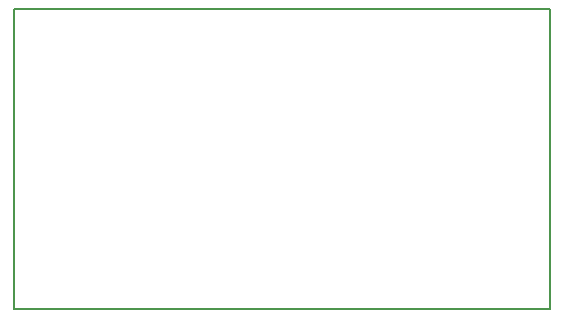
<source format=gbr>
G04 #@! TF.GenerationSoftware,KiCad,Pcbnew,(5.0.0)*
G04 #@! TF.CreationDate,2020-02-21T08:37:36-08:00*
G04 #@! TF.ProjectId,Battery Power Circuit V3,4261747465727920506F776572204369,rev?*
G04 #@! TF.SameCoordinates,Original*
G04 #@! TF.FileFunction,Profile,NP*
%FSLAX46Y46*%
G04 Gerber Fmt 4.6, Leading zero omitted, Abs format (unit mm)*
G04 Created by KiCad (PCBNEW (5.0.0)) date 02/21/20 08:37:36*
%MOMM*%
%LPD*%
G01*
G04 APERTURE LIST*
%ADD10C,0.150000*%
G04 APERTURE END LIST*
D10*
X125806100Y-117698600D02*
X171196100Y-117698600D01*
X171196100Y-117698600D02*
X171196100Y-92308600D01*
X171196100Y-92308600D02*
X125806100Y-92308600D01*
X125806100Y-92308600D02*
X125806100Y-117698600D01*
M02*

</source>
